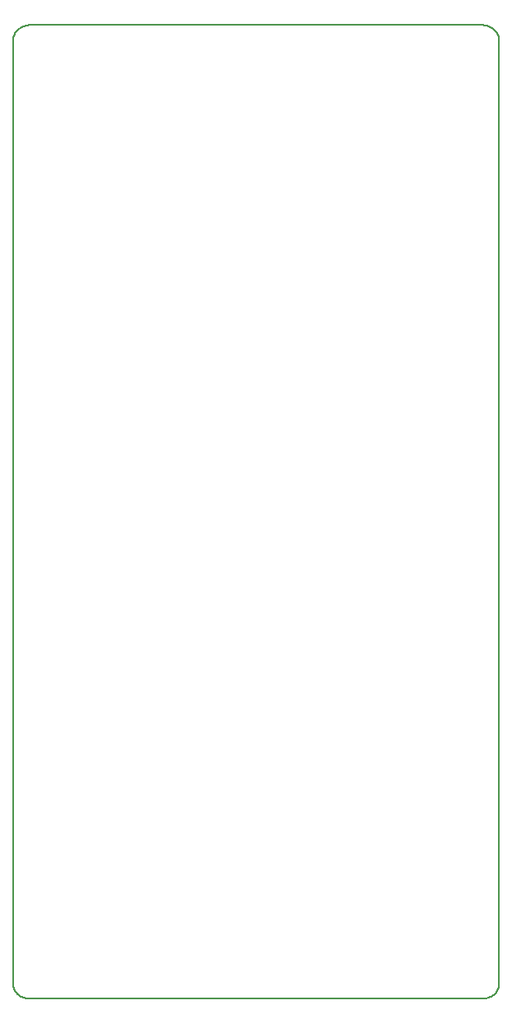
<source format=gm1>
G04 MADE WITH FRITZING*
G04 WWW.FRITZING.ORG*
G04 DOUBLE SIDED*
G04 HOLES PLATED*
G04 CONTOUR ON CENTER OF CONTOUR VECTOR*
%ASAXBY*%
%FSLAX23Y23*%
%MOIN*%
%OFA0B0*%
%SFA1.0B1.0*%
%ADD10C,0.005000*%
%ADD10C,0.008*%
%LNCONTOUR*%
G90*
G70*
G54D10*
G54D10*
X60Y3937D02*
X61Y3937D01*
X62Y3937D01*
X63Y3937D01*
X64Y3937D01*
X65Y3937D01*
X66Y3937D01*
X67Y3937D01*
X68Y3937D01*
X69Y3937D01*
X70Y3937D01*
X71Y3937D01*
X72Y3937D01*
X73Y3937D01*
X74Y3937D01*
X75Y3937D01*
X76Y3937D01*
X77Y3937D01*
X78Y3937D01*
X79Y3937D01*
X80Y3937D01*
X81Y3937D01*
X82Y3937D01*
X83Y3937D01*
X84Y3937D01*
X85Y3937D01*
X86Y3937D01*
X87Y3937D01*
X88Y3937D01*
X89Y3937D01*
X90Y3937D01*
X91Y3937D01*
X92Y3937D01*
X93Y3937D01*
X94Y3937D01*
X95Y3937D01*
X96Y3937D01*
X97Y3937D01*
X98Y3937D01*
X99Y3937D01*
X100Y3937D01*
X101Y3937D01*
X102Y3937D01*
X103Y3937D01*
X104Y3937D01*
X105Y3937D01*
X106Y3937D01*
X107Y3937D01*
X108Y3937D01*
X109Y3937D01*
X110Y3937D01*
X111Y3937D01*
X112Y3937D01*
X113Y3937D01*
X114Y3937D01*
X115Y3937D01*
X116Y3937D01*
X117Y3937D01*
X118Y3937D01*
X119Y3937D01*
X120Y3937D01*
X121Y3937D01*
X122Y3937D01*
X123Y3937D01*
X124Y3937D01*
X125Y3937D01*
X126Y3937D01*
X127Y3937D01*
X128Y3937D01*
X129Y3937D01*
X130Y3937D01*
X131Y3937D01*
X132Y3937D01*
X133Y3937D01*
X134Y3937D01*
X135Y3937D01*
X136Y3937D01*
X137Y3937D01*
X138Y3937D01*
X139Y3937D01*
X140Y3937D01*
X141Y3937D01*
X142Y3937D01*
X143Y3937D01*
X144Y3937D01*
X145Y3937D01*
X146Y3937D01*
X147Y3937D01*
X148Y3937D01*
X149Y3937D01*
X150Y3937D01*
X151Y3937D01*
X152Y3937D01*
X153Y3937D01*
X154Y3937D01*
X155Y3937D01*
X156Y3937D01*
X157Y3937D01*
X158Y3937D01*
X159Y3937D01*
X160Y3937D01*
X161Y3937D01*
X162Y3937D01*
X163Y3937D01*
X164Y3937D01*
X165Y3937D01*
X166Y3937D01*
X167Y3937D01*
X168Y3937D01*
X169Y3937D01*
X170Y3937D01*
X171Y3937D01*
X172Y3937D01*
X173Y3937D01*
X174Y3937D01*
X175Y3937D01*
X176Y3937D01*
X177Y3937D01*
X178Y3937D01*
X179Y3937D01*
X180Y3937D01*
X181Y3937D01*
X182Y3937D01*
X183Y3937D01*
X184Y3937D01*
X185Y3937D01*
X186Y3937D01*
X187Y3937D01*
X188Y3937D01*
X189Y3937D01*
X190Y3937D01*
X191Y3937D01*
X192Y3937D01*
X193Y3937D01*
X194Y3937D01*
X195Y3937D01*
X196Y3937D01*
X197Y3937D01*
X198Y3937D01*
X199Y3937D01*
X200Y3937D01*
X201Y3937D01*
X202Y3937D01*
X203Y3937D01*
X204Y3937D01*
X205Y3937D01*
X206Y3937D01*
X207Y3937D01*
X208Y3937D01*
X209Y3937D01*
X210Y3937D01*
X211Y3937D01*
X212Y3937D01*
X213Y3937D01*
X214Y3937D01*
X215Y3937D01*
X216Y3937D01*
X217Y3937D01*
X218Y3937D01*
X219Y3937D01*
X220Y3937D01*
X221Y3937D01*
X222Y3937D01*
X223Y3937D01*
X224Y3937D01*
X225Y3937D01*
X226Y3937D01*
X227Y3937D01*
X228Y3937D01*
X229Y3937D01*
X230Y3937D01*
X231Y3937D01*
X232Y3937D01*
X233Y3937D01*
X234Y3937D01*
X235Y3937D01*
X236Y3937D01*
X237Y3937D01*
X238Y3937D01*
X239Y3937D01*
X240Y3937D01*
X241Y3937D01*
X242Y3937D01*
X243Y3937D01*
X244Y3937D01*
X245Y3937D01*
X246Y3937D01*
X247Y3937D01*
X248Y3937D01*
X249Y3937D01*
X250Y3937D01*
X251Y3937D01*
X252Y3937D01*
X253Y3937D01*
X254Y3937D01*
X255Y3937D01*
X256Y3937D01*
X257Y3937D01*
X258Y3937D01*
X259Y3937D01*
X260Y3937D01*
X261Y3937D01*
X262Y3937D01*
X263Y3937D01*
X264Y3937D01*
X265Y3937D01*
X266Y3937D01*
X267Y3937D01*
X268Y3937D01*
X269Y3937D01*
X270Y3937D01*
X271Y3937D01*
X272Y3937D01*
X273Y3937D01*
X274Y3937D01*
X275Y3937D01*
X276Y3937D01*
X277Y3937D01*
X278Y3937D01*
X279Y3937D01*
X280Y3937D01*
X281Y3937D01*
X282Y3937D01*
X283Y3937D01*
X284Y3937D01*
X285Y3937D01*
X286Y3937D01*
X287Y3937D01*
X288Y3937D01*
X289Y3937D01*
X290Y3937D01*
X291Y3937D01*
X292Y3937D01*
X293Y3937D01*
X294Y3937D01*
X295Y3937D01*
X296Y3937D01*
X297Y3937D01*
X298Y3937D01*
X299Y3937D01*
X300Y3937D01*
X301Y3937D01*
X302Y3937D01*
X303Y3937D01*
X304Y3937D01*
X305Y3937D01*
X306Y3937D01*
X307Y3937D01*
X308Y3937D01*
X309Y3937D01*
X310Y3937D01*
X311Y3937D01*
X312Y3937D01*
X313Y3937D01*
X314Y3937D01*
X315Y3937D01*
X316Y3937D01*
X317Y3937D01*
X318Y3937D01*
X319Y3937D01*
X320Y3937D01*
X321Y3937D01*
X322Y3937D01*
X323Y3937D01*
X324Y3937D01*
X325Y3937D01*
X326Y3937D01*
X327Y3937D01*
X328Y3937D01*
X329Y3937D01*
X330Y3937D01*
X331Y3937D01*
X332Y3937D01*
X333Y3937D01*
X334Y3937D01*
X335Y3937D01*
X336Y3937D01*
X337Y3937D01*
X338Y3937D01*
X339Y3937D01*
X340Y3937D01*
X341Y3937D01*
X342Y3937D01*
X343Y3937D01*
X344Y3937D01*
X345Y3937D01*
X346Y3937D01*
X347Y3937D01*
X348Y3937D01*
X349Y3937D01*
X350Y3937D01*
X351Y3937D01*
X352Y3937D01*
X353Y3937D01*
X354Y3937D01*
X355Y3937D01*
X356Y3937D01*
X357Y3937D01*
X358Y3937D01*
X359Y3937D01*
X360Y3937D01*
X361Y3937D01*
X362Y3937D01*
X363Y3937D01*
X364Y3937D01*
X365Y3937D01*
X366Y3937D01*
X367Y3937D01*
X368Y3937D01*
X369Y3937D01*
X370Y3937D01*
X371Y3937D01*
X372Y3937D01*
X373Y3937D01*
X374Y3937D01*
X375Y3937D01*
X376Y3937D01*
X377Y3937D01*
X378Y3937D01*
X379Y3937D01*
X380Y3937D01*
X381Y3937D01*
X382Y3937D01*
X383Y3937D01*
X384Y3937D01*
X385Y3937D01*
X386Y3937D01*
X387Y3937D01*
X388Y3937D01*
X389Y3937D01*
X390Y3937D01*
X391Y3937D01*
X392Y3937D01*
X393Y3937D01*
X394Y3937D01*
X395Y3937D01*
X396Y3937D01*
X397Y3937D01*
X398Y3937D01*
X399Y3937D01*
X400Y3937D01*
X401Y3937D01*
X402Y3937D01*
X403Y3937D01*
X404Y3937D01*
X405Y3937D01*
X406Y3937D01*
X407Y3937D01*
X408Y3937D01*
X409Y3937D01*
X410Y3937D01*
X411Y3937D01*
X412Y3937D01*
X413Y3937D01*
X414Y3937D01*
X415Y3937D01*
X416Y3937D01*
X417Y3937D01*
X418Y3937D01*
X419Y3937D01*
X420Y3937D01*
X421Y3937D01*
X422Y3937D01*
X423Y3937D01*
X424Y3937D01*
X425Y3937D01*
X426Y3937D01*
X427Y3937D01*
X428Y3937D01*
X429Y3937D01*
X430Y3937D01*
X431Y3937D01*
X432Y3937D01*
X433Y3937D01*
X434Y3937D01*
X435Y3937D01*
X436Y3937D01*
X437Y3937D01*
X438Y3937D01*
X439Y3937D01*
X440Y3937D01*
X441Y3937D01*
X442Y3937D01*
X443Y3937D01*
X444Y3937D01*
X445Y3937D01*
X446Y3937D01*
X447Y3937D01*
X448Y3937D01*
X449Y3937D01*
X450Y3937D01*
X451Y3937D01*
X452Y3937D01*
X453Y3937D01*
X454Y3937D01*
X455Y3937D01*
X456Y3937D01*
X457Y3937D01*
X458Y3937D01*
X459Y3937D01*
X460Y3937D01*
X461Y3937D01*
X462Y3937D01*
X463Y3937D01*
X464Y3937D01*
X465Y3937D01*
X466Y3937D01*
X467Y3937D01*
X468Y3937D01*
X469Y3937D01*
X470Y3937D01*
X471Y3937D01*
X472Y3937D01*
X473Y3937D01*
X474Y3937D01*
X475Y3937D01*
X476Y3937D01*
X477Y3937D01*
X478Y3937D01*
X479Y3937D01*
X480Y3937D01*
X481Y3937D01*
X482Y3937D01*
X483Y3937D01*
X484Y3937D01*
X485Y3937D01*
X486Y3937D01*
X487Y3937D01*
X488Y3937D01*
X489Y3937D01*
X490Y3937D01*
X491Y3937D01*
X492Y3937D01*
X493Y3937D01*
X494Y3937D01*
X495Y3937D01*
X496Y3937D01*
X497Y3937D01*
X498Y3937D01*
X499Y3937D01*
X500Y3937D01*
X501Y3937D01*
X502Y3937D01*
X503Y3937D01*
X504Y3937D01*
X505Y3937D01*
X506Y3937D01*
X507Y3937D01*
X508Y3937D01*
X509Y3937D01*
X510Y3937D01*
X511Y3937D01*
X512Y3937D01*
X513Y3937D01*
X514Y3937D01*
X515Y3937D01*
X516Y3937D01*
X517Y3937D01*
X518Y3937D01*
X519Y3937D01*
X520Y3937D01*
X521Y3937D01*
X522Y3937D01*
X523Y3937D01*
X524Y3937D01*
X525Y3937D01*
X526Y3937D01*
X527Y3937D01*
X528Y3937D01*
X529Y3937D01*
X530Y3937D01*
X531Y3937D01*
X532Y3937D01*
X533Y3937D01*
X534Y3937D01*
X535Y3937D01*
X536Y3937D01*
X537Y3937D01*
X538Y3937D01*
X539Y3937D01*
X540Y3937D01*
X541Y3937D01*
X542Y3937D01*
X543Y3937D01*
X544Y3937D01*
X545Y3937D01*
X546Y3937D01*
X547Y3937D01*
X548Y3937D01*
X549Y3937D01*
X550Y3937D01*
X551Y3937D01*
X552Y3937D01*
X553Y3937D01*
X554Y3937D01*
X555Y3937D01*
X556Y3937D01*
X557Y3937D01*
X558Y3937D01*
X559Y3937D01*
X560Y3937D01*
X561Y3937D01*
X562Y3937D01*
X563Y3937D01*
X564Y3937D01*
X565Y3937D01*
X566Y3937D01*
X567Y3937D01*
X568Y3937D01*
X569Y3937D01*
X570Y3937D01*
X571Y3937D01*
X572Y3937D01*
X573Y3937D01*
X574Y3937D01*
X575Y3937D01*
X576Y3937D01*
X577Y3937D01*
X578Y3937D01*
X579Y3937D01*
X580Y3937D01*
X581Y3937D01*
X582Y3937D01*
X583Y3937D01*
X584Y3937D01*
X585Y3937D01*
X586Y3937D01*
X587Y3937D01*
X588Y3937D01*
X589Y3937D01*
X590Y3937D01*
X591Y3937D01*
X592Y3937D01*
X593Y3937D01*
X594Y3937D01*
X595Y3937D01*
X596Y3937D01*
X597Y3937D01*
X598Y3937D01*
X599Y3937D01*
X600Y3937D01*
X601Y3937D01*
X602Y3937D01*
X603Y3937D01*
X604Y3937D01*
X605Y3937D01*
X606Y3937D01*
X607Y3937D01*
X608Y3937D01*
X609Y3937D01*
X610Y3937D01*
X611Y3937D01*
X612Y3937D01*
X613Y3937D01*
X614Y3937D01*
X615Y3937D01*
X616Y3937D01*
X617Y3937D01*
X618Y3937D01*
X619Y3937D01*
X620Y3937D01*
X621Y3937D01*
X622Y3937D01*
X623Y3937D01*
X624Y3937D01*
X625Y3937D01*
X626Y3937D01*
X627Y3937D01*
X628Y3937D01*
X629Y3937D01*
X630Y3937D01*
X631Y3937D01*
X632Y3937D01*
X633Y3937D01*
X634Y3937D01*
X635Y3937D01*
X636Y3937D01*
X637Y3937D01*
X638Y3937D01*
X639Y3937D01*
X640Y3937D01*
X641Y3937D01*
X642Y3937D01*
X643Y3937D01*
X644Y3937D01*
X645Y3937D01*
X646Y3937D01*
X647Y3937D01*
X648Y3937D01*
X649Y3937D01*
X650Y3937D01*
X651Y3937D01*
X652Y3937D01*
X653Y3937D01*
X654Y3937D01*
X655Y3937D01*
X656Y3937D01*
X657Y3937D01*
X658Y3937D01*
X659Y3937D01*
X660Y3937D01*
X661Y3937D01*
X662Y3937D01*
X663Y3937D01*
X664Y3937D01*
X665Y3937D01*
X666Y3937D01*
X667Y3937D01*
X668Y3937D01*
X669Y3937D01*
X670Y3937D01*
X671Y3937D01*
X672Y3937D01*
X673Y3937D01*
X674Y3937D01*
X675Y3937D01*
X676Y3937D01*
X677Y3937D01*
X678Y3937D01*
X679Y3937D01*
X680Y3937D01*
X681Y3937D01*
X682Y3937D01*
X683Y3937D01*
X684Y3937D01*
X685Y3937D01*
X686Y3937D01*
X687Y3937D01*
X688Y3937D01*
X689Y3937D01*
X690Y3937D01*
X691Y3937D01*
X692Y3937D01*
X693Y3937D01*
X694Y3937D01*
X695Y3937D01*
X696Y3937D01*
X697Y3937D01*
X698Y3937D01*
X699Y3937D01*
X700Y3937D01*
X701Y3937D01*
X702Y3937D01*
X703Y3937D01*
X704Y3937D01*
X705Y3937D01*
X706Y3937D01*
X707Y3937D01*
X708Y3937D01*
X709Y3937D01*
X710Y3937D01*
X711Y3937D01*
X712Y3937D01*
X713Y3937D01*
X714Y3937D01*
X715Y3937D01*
X716Y3937D01*
X717Y3937D01*
X718Y3937D01*
X719Y3937D01*
X720Y3937D01*
X721Y3937D01*
X722Y3937D01*
X723Y3937D01*
X724Y3937D01*
X725Y3937D01*
X726Y3937D01*
X727Y3937D01*
X728Y3937D01*
X729Y3937D01*
X730Y3937D01*
X731Y3937D01*
X732Y3937D01*
X733Y3937D01*
X734Y3937D01*
X735Y3937D01*
X736Y3937D01*
X737Y3937D01*
X738Y3937D01*
X739Y3937D01*
X740Y3937D01*
X741Y3937D01*
X742Y3937D01*
X743Y3937D01*
X744Y3937D01*
X745Y3937D01*
X746Y3937D01*
X747Y3937D01*
X748Y3937D01*
X749Y3937D01*
X750Y3937D01*
X751Y3937D01*
X752Y3937D01*
X753Y3937D01*
X754Y3937D01*
X755Y3937D01*
X756Y3937D01*
X757Y3937D01*
X758Y3937D01*
X759Y3937D01*
X760Y3937D01*
X761Y3937D01*
X762Y3937D01*
X763Y3937D01*
X764Y3937D01*
X765Y3937D01*
X766Y3937D01*
X767Y3937D01*
X768Y3937D01*
X769Y3937D01*
X770Y3937D01*
X771Y3937D01*
X772Y3937D01*
X773Y3937D01*
X774Y3937D01*
X775Y3937D01*
X776Y3937D01*
X777Y3937D01*
X778Y3937D01*
X779Y3937D01*
X780Y3937D01*
X781Y3937D01*
X782Y3937D01*
X783Y3937D01*
X784Y3937D01*
X785Y3937D01*
X786Y3937D01*
X787Y3937D01*
X788Y3937D01*
X789Y3937D01*
X790Y3937D01*
X791Y3937D01*
X792Y3937D01*
X793Y3937D01*
X794Y3937D01*
X795Y3937D01*
X796Y3937D01*
X797Y3937D01*
X798Y3937D01*
X799Y3937D01*
X800Y3937D01*
X801Y3937D01*
X802Y3937D01*
X803Y3937D01*
X804Y3937D01*
X805Y3937D01*
X806Y3937D01*
X807Y3937D01*
X808Y3937D01*
X809Y3937D01*
X810Y3937D01*
X811Y3937D01*
X812Y3937D01*
X813Y3937D01*
X814Y3937D01*
X815Y3937D01*
X816Y3937D01*
X817Y3937D01*
X818Y3937D01*
X819Y3937D01*
X820Y3937D01*
X821Y3937D01*
X822Y3937D01*
X823Y3937D01*
X824Y3937D01*
X825Y3937D01*
X826Y3937D01*
X827Y3937D01*
X828Y3937D01*
X829Y3937D01*
X830Y3937D01*
X831Y3937D01*
X832Y3937D01*
X833Y3937D01*
X834Y3937D01*
X835Y3937D01*
X836Y3937D01*
X837Y3937D01*
X838Y3937D01*
X839Y3937D01*
X840Y3937D01*
X841Y3937D01*
X842Y3937D01*
X843Y3937D01*
X844Y3937D01*
X845Y3937D01*
X846Y3937D01*
X847Y3937D01*
X848Y3937D01*
X849Y3937D01*
X850Y3937D01*
X851Y3937D01*
X852Y3937D01*
X853Y3937D01*
X854Y3937D01*
X855Y3937D01*
X856Y3937D01*
X857Y3937D01*
X858Y3937D01*
X859Y3937D01*
X860Y3937D01*
X861Y3937D01*
X862Y3937D01*
X863Y3937D01*
X864Y3937D01*
X865Y3937D01*
X866Y3937D01*
X867Y3937D01*
X868Y3937D01*
X869Y3937D01*
X870Y3937D01*
X871Y3937D01*
X872Y3937D01*
X873Y3937D01*
X874Y3937D01*
X875Y3937D01*
X876Y3937D01*
X877Y3937D01*
X878Y3937D01*
X879Y3937D01*
X880Y3937D01*
X881Y3937D01*
X882Y3937D01*
X883Y3937D01*
X884Y3937D01*
X885Y3937D01*
X886Y3937D01*
X887Y3937D01*
X888Y3937D01*
X889Y3937D01*
X890Y3937D01*
X891Y3937D01*
X892Y3937D01*
X893Y3937D01*
X894Y3937D01*
X895Y3937D01*
X896Y3937D01*
X897Y3937D01*
X898Y3937D01*
X899Y3937D01*
X900Y3937D01*
X901Y3937D01*
X902Y3937D01*
X903Y3937D01*
X904Y3937D01*
X905Y3937D01*
X906Y3937D01*
X907Y3937D01*
X908Y3937D01*
X909Y3937D01*
X910Y3937D01*
X911Y3937D01*
X912Y3937D01*
X913Y3937D01*
X914Y3937D01*
X915Y3937D01*
X916Y3937D01*
X917Y3937D01*
X918Y3937D01*
X919Y3937D01*
X920Y3937D01*
X921Y3937D01*
X922Y3937D01*
X923Y3937D01*
X924Y3937D01*
X925Y3937D01*
X926Y3937D01*
X927Y3937D01*
X928Y3937D01*
X929Y3937D01*
X930Y3937D01*
X931Y3937D01*
X932Y3937D01*
X933Y3937D01*
X934Y3937D01*
X935Y3937D01*
X936Y3937D01*
X937Y3937D01*
X938Y3937D01*
X939Y3937D01*
X940Y3937D01*
X941Y3937D01*
X942Y3937D01*
X943Y3937D01*
X944Y3937D01*
X945Y3937D01*
X946Y3937D01*
X947Y3937D01*
X948Y3937D01*
X949Y3937D01*
X950Y3937D01*
X951Y3937D01*
X952Y3937D01*
X953Y3937D01*
X954Y3937D01*
X955Y3937D01*
X956Y3937D01*
X957Y3937D01*
X958Y3937D01*
X959Y3937D01*
X960Y3937D01*
X961Y3937D01*
X962Y3937D01*
X963Y3937D01*
X964Y3937D01*
X965Y3937D01*
X966Y3937D01*
X967Y3937D01*
X968Y3937D01*
X969Y3937D01*
X970Y3937D01*
X971Y3937D01*
X972Y3937D01*
X973Y3937D01*
X974Y3937D01*
X975Y3937D01*
X976Y3937D01*
X977Y3937D01*
X978Y3937D01*
X979Y3937D01*
X980Y3937D01*
X981Y3937D01*
X982Y3937D01*
X983Y3937D01*
X984Y3937D01*
X985Y3937D01*
X986Y3937D01*
X987Y3937D01*
X988Y3937D01*
X989Y3937D01*
X990Y3937D01*
X991Y3937D01*
X992Y3937D01*
X993Y3937D01*
X994Y3937D01*
X995Y3937D01*
X996Y3937D01*
X997Y3937D01*
X998Y3937D01*
X999Y3937D01*
X1000Y3937D01*
X1001Y3937D01*
X1002Y3937D01*
X1003Y3937D01*
X1004Y3937D01*
X1005Y3937D01*
X1006Y3937D01*
X1007Y3937D01*
X1008Y3937D01*
X1009Y3937D01*
X1010Y3937D01*
X1011Y3937D01*
X1012Y3937D01*
X1013Y3937D01*
X1014Y3937D01*
X1015Y3937D01*
X1016Y3937D01*
X1017Y3937D01*
X1018Y3937D01*
X1019Y3937D01*
X1020Y3937D01*
X1021Y3937D01*
X1022Y3937D01*
X1023Y3937D01*
X1024Y3937D01*
X1025Y3937D01*
X1026Y3937D01*
X1027Y3937D01*
X1028Y3937D01*
X1029Y3937D01*
X1030Y3937D01*
X1031Y3937D01*
X1032Y3937D01*
X1033Y3937D01*
X1034Y3937D01*
X1035Y3937D01*
X1036Y3937D01*
X1037Y3937D01*
X1038Y3937D01*
X1039Y3937D01*
X1040Y3937D01*
X1041Y3937D01*
X1042Y3937D01*
X1043Y3937D01*
X1044Y3937D01*
X1045Y3937D01*
X1046Y3937D01*
X1047Y3937D01*
X1048Y3937D01*
X1049Y3937D01*
X1050Y3937D01*
X1051Y3937D01*
X1052Y3937D01*
X1053Y3937D01*
X1054Y3937D01*
X1055Y3937D01*
X1056Y3937D01*
X1057Y3937D01*
X1058Y3937D01*
X1059Y3937D01*
X1060Y3937D01*
X1061Y3937D01*
X1062Y3937D01*
X1063Y3937D01*
X1064Y3937D01*
X1065Y3937D01*
X1066Y3937D01*
X1067Y3937D01*
X1068Y3937D01*
X1069Y3937D01*
X1070Y3937D01*
X1071Y3937D01*
X1072Y3937D01*
X1073Y3937D01*
X1074Y3937D01*
X1075Y3937D01*
X1076Y3937D01*
X1077Y3937D01*
X1078Y3937D01*
X1079Y3937D01*
X1080Y3937D01*
X1081Y3937D01*
X1082Y3937D01*
X1083Y3937D01*
X1084Y3937D01*
X1085Y3937D01*
X1086Y3937D01*
X1087Y3937D01*
X1088Y3937D01*
X1089Y3937D01*
X1090Y3937D01*
X1091Y3937D01*
X1092Y3937D01*
X1093Y3937D01*
X1094Y3937D01*
X1095Y3937D01*
X1096Y3937D01*
X1097Y3937D01*
X1098Y3937D01*
X1099Y3937D01*
X1100Y3937D01*
X1101Y3937D01*
X1102Y3937D01*
X1103Y3937D01*
X1104Y3937D01*
X1105Y3937D01*
X1106Y3937D01*
X1107Y3937D01*
X1108Y3937D01*
X1109Y3937D01*
X1110Y3937D01*
X1111Y3937D01*
X1112Y3937D01*
X1113Y3937D01*
X1114Y3937D01*
X1115Y3937D01*
X1116Y3937D01*
X1117Y3937D01*
X1118Y3937D01*
X1119Y3937D01*
X1120Y3937D01*
X1121Y3937D01*
X1122Y3937D01*
X1123Y3937D01*
X1124Y3937D01*
X1125Y3937D01*
X1126Y3937D01*
X1127Y3937D01*
X1128Y3937D01*
X1129Y3937D01*
X1130Y3937D01*
X1131Y3937D01*
X1132Y3937D01*
X1133Y3937D01*
X1134Y3937D01*
X1135Y3937D01*
X1136Y3937D01*
X1137Y3937D01*
X1138Y3937D01*
X1139Y3937D01*
X1140Y3937D01*
X1141Y3937D01*
X1142Y3937D01*
X1143Y3937D01*
X1144Y3937D01*
X1145Y3937D01*
X1146Y3937D01*
X1147Y3937D01*
X1148Y3937D01*
X1149Y3937D01*
X1150Y3937D01*
X1151Y3937D01*
X1152Y3937D01*
X1153Y3937D01*
X1154Y3937D01*
X1155Y3937D01*
X1156Y3937D01*
X1157Y3937D01*
X1158Y3937D01*
X1159Y3937D01*
X1160Y3937D01*
X1161Y3937D01*
X1162Y3937D01*
X1163Y3937D01*
X1164Y3937D01*
X1165Y3937D01*
X1166Y3937D01*
X1167Y3937D01*
X1168Y3937D01*
X1169Y3937D01*
X1170Y3937D01*
X1171Y3937D01*
X1172Y3937D01*
X1173Y3937D01*
X1174Y3937D01*
X1175Y3937D01*
X1176Y3937D01*
X1177Y3937D01*
X1178Y3937D01*
X1179Y3937D01*
X1180Y3937D01*
X1181Y3937D01*
X1182Y3937D01*
X1183Y3937D01*
X1184Y3937D01*
X1185Y3937D01*
X1186Y3937D01*
X1187Y3937D01*
X1188Y3937D01*
X1189Y3937D01*
X1190Y3937D01*
X1191Y3937D01*
X1192Y3937D01*
X1193Y3937D01*
X1194Y3937D01*
X1195Y3937D01*
X1196Y3937D01*
X1197Y3937D01*
X1198Y3937D01*
X1199Y3937D01*
X1200Y3937D01*
X1201Y3937D01*
X1202Y3937D01*
X1203Y3937D01*
X1204Y3937D01*
X1205Y3937D01*
X1206Y3937D01*
X1207Y3937D01*
X1208Y3937D01*
X1209Y3937D01*
X1210Y3937D01*
X1211Y3937D01*
X1212Y3937D01*
X1213Y3937D01*
X1214Y3937D01*
X1215Y3937D01*
X1216Y3937D01*
X1217Y3937D01*
X1218Y3937D01*
X1219Y3937D01*
X1220Y3937D01*
X1221Y3937D01*
X1222Y3937D01*
X1223Y3937D01*
X1224Y3937D01*
X1225Y3937D01*
X1226Y3937D01*
X1227Y3937D01*
X1228Y3937D01*
X1229Y3937D01*
X1230Y3937D01*
X1231Y3937D01*
X1232Y3937D01*
X1233Y3937D01*
X1234Y3937D01*
X1235Y3937D01*
X1236Y3937D01*
X1237Y3937D01*
X1238Y3937D01*
X1239Y3937D01*
X1240Y3937D01*
X1241Y3937D01*
X1242Y3937D01*
X1243Y3937D01*
X1244Y3937D01*
X1245Y3937D01*
X1246Y3937D01*
X1247Y3937D01*
X1248Y3937D01*
X1249Y3937D01*
X1250Y3937D01*
X1251Y3937D01*
X1252Y3937D01*
X1253Y3937D01*
X1254Y3937D01*
X1255Y3937D01*
X1256Y3937D01*
X1257Y3937D01*
X1258Y3937D01*
X1259Y3937D01*
X1260Y3937D01*
X1261Y3937D01*
X1262Y3937D01*
X1263Y3937D01*
X1264Y3937D01*
X1265Y3937D01*
X1266Y3937D01*
X1267Y3937D01*
X1268Y3937D01*
X1269Y3937D01*
X1270Y3937D01*
X1271Y3937D01*
X1272Y3937D01*
X1273Y3937D01*
X1274Y3937D01*
X1275Y3937D01*
X1276Y3937D01*
X1277Y3937D01*
X1278Y3937D01*
X1279Y3937D01*
X1280Y3937D01*
X1281Y3937D01*
X1282Y3937D01*
X1283Y3937D01*
X1284Y3937D01*
X1285Y3937D01*
X1286Y3937D01*
X1287Y3937D01*
X1288Y3937D01*
X1289Y3937D01*
X1290Y3937D01*
X1291Y3937D01*
X1292Y3937D01*
X1293Y3937D01*
X1294Y3937D01*
X1295Y3937D01*
X1296Y3937D01*
X1297Y3937D01*
X1298Y3937D01*
X1299Y3937D01*
X1300Y3937D01*
X1301Y3937D01*
X1302Y3937D01*
X1303Y3937D01*
X1304Y3937D01*
X1305Y3937D01*
X1306Y3937D01*
X1307Y3937D01*
X1308Y3937D01*
X1309Y3937D01*
X1310Y3937D01*
X1311Y3937D01*
X1312Y3937D01*
X1313Y3937D01*
X1314Y3937D01*
X1315Y3937D01*
X1316Y3937D01*
X1317Y3937D01*
X1318Y3937D01*
X1319Y3937D01*
X1320Y3937D01*
X1321Y3937D01*
X1322Y3937D01*
X1323Y3937D01*
X1324Y3937D01*
X1325Y3937D01*
X1326Y3937D01*
X1327Y3937D01*
X1328Y3937D01*
X1329Y3937D01*
X1330Y3937D01*
X1331Y3937D01*
X1332Y3937D01*
X1333Y3937D01*
X1334Y3937D01*
X1335Y3937D01*
X1336Y3937D01*
X1337Y3937D01*
X1338Y3937D01*
X1339Y3937D01*
X1340Y3937D01*
X1341Y3937D01*
X1342Y3937D01*
X1343Y3937D01*
X1344Y3937D01*
X1345Y3937D01*
X1346Y3937D01*
X1347Y3937D01*
X1348Y3937D01*
X1349Y3937D01*
X1350Y3937D01*
X1351Y3937D01*
X1352Y3937D01*
X1353Y3937D01*
X1354Y3937D01*
X1355Y3937D01*
X1356Y3937D01*
X1357Y3937D01*
X1358Y3937D01*
X1359Y3937D01*
X1360Y3937D01*
X1361Y3937D01*
X1362Y3937D01*
X1363Y3937D01*
X1364Y3937D01*
X1365Y3937D01*
X1366Y3937D01*
X1367Y3937D01*
X1368Y3937D01*
X1369Y3937D01*
X1370Y3937D01*
X1371Y3937D01*
X1372Y3937D01*
X1373Y3937D01*
X1374Y3937D01*
X1375Y3937D01*
X1376Y3937D01*
X1377Y3937D01*
X1378Y3937D01*
X1379Y3937D01*
X1380Y3937D01*
X1381Y3937D01*
X1382Y3937D01*
X1383Y3937D01*
X1384Y3937D01*
X1385Y3937D01*
X1386Y3937D01*
X1387Y3937D01*
X1388Y3937D01*
X1389Y3937D01*
X1390Y3937D01*
X1391Y3937D01*
X1392Y3937D01*
X1393Y3937D01*
X1394Y3937D01*
X1395Y3937D01*
X1396Y3937D01*
X1397Y3937D01*
X1398Y3937D01*
X1399Y3937D01*
X1400Y3937D01*
X1401Y3937D01*
X1402Y3937D01*
X1403Y3937D01*
X1404Y3937D01*
X1405Y3937D01*
X1406Y3937D01*
X1407Y3937D01*
X1408Y3937D01*
X1409Y3937D01*
X1410Y3937D01*
X1411Y3937D01*
X1412Y3937D01*
X1413Y3937D01*
X1414Y3937D01*
X1415Y3937D01*
X1416Y3937D01*
X1417Y3937D01*
X1418Y3937D01*
X1419Y3937D01*
X1420Y3937D01*
X1421Y3937D01*
X1422Y3937D01*
X1423Y3937D01*
X1424Y3937D01*
X1425Y3937D01*
X1426Y3937D01*
X1427Y3937D01*
X1428Y3937D01*
X1429Y3937D01*
X1430Y3937D01*
X1431Y3937D01*
X1432Y3937D01*
X1433Y3937D01*
X1434Y3937D01*
X1435Y3937D01*
X1436Y3937D01*
X1437Y3937D01*
X1438Y3937D01*
X1439Y3937D01*
X1440Y3937D01*
X1441Y3937D01*
X1442Y3937D01*
X1443Y3937D01*
X1444Y3937D01*
X1445Y3937D01*
X1446Y3937D01*
X1447Y3937D01*
X1448Y3937D01*
X1449Y3937D01*
X1450Y3937D01*
X1451Y3937D01*
X1452Y3937D01*
X1453Y3937D01*
X1454Y3937D01*
X1455Y3937D01*
X1456Y3937D01*
X1457Y3937D01*
X1458Y3937D01*
X1459Y3937D01*
X1460Y3937D01*
X1461Y3937D01*
X1462Y3937D01*
X1463Y3937D01*
X1464Y3937D01*
X1465Y3937D01*
X1466Y3937D01*
X1467Y3937D01*
X1468Y3937D01*
X1469Y3937D01*
X1470Y3937D01*
X1471Y3937D01*
X1472Y3937D01*
X1473Y3937D01*
X1474Y3937D01*
X1475Y3937D01*
X1476Y3937D01*
X1477Y3937D01*
X1478Y3937D01*
X1479Y3937D01*
X1480Y3937D01*
X1481Y3937D01*
X1482Y3937D01*
X1483Y3937D01*
X1484Y3937D01*
X1485Y3937D01*
X1486Y3937D01*
X1487Y3937D01*
X1488Y3937D01*
X1489Y3937D01*
X1490Y3937D01*
X1491Y3937D01*
X1492Y3937D01*
X1493Y3937D01*
X1494Y3937D01*
X1495Y3937D01*
X1496Y3937D01*
X1497Y3937D01*
X1498Y3937D01*
X1499Y3937D01*
X1500Y3937D01*
X1501Y3937D01*
X1502Y3937D01*
X1503Y3937D01*
X1504Y3937D01*
X1505Y3937D01*
X1506Y3937D01*
X1507Y3937D01*
X1508Y3937D01*
X1509Y3937D01*
X1510Y3937D01*
X1511Y3937D01*
X1512Y3937D01*
X1513Y3937D01*
X1514Y3937D01*
X1515Y3937D01*
X1516Y3937D01*
X1517Y3937D01*
X1518Y3937D01*
X1519Y3937D01*
X1520Y3937D01*
X1521Y3937D01*
X1522Y3937D01*
X1523Y3937D01*
X1524Y3937D01*
X1525Y3937D01*
X1526Y3937D01*
X1527Y3937D01*
X1528Y3937D01*
X1529Y3937D01*
X1530Y3937D01*
X1531Y3937D01*
X1532Y3937D01*
X1533Y3937D01*
X1534Y3937D01*
X1535Y3937D01*
X1536Y3937D01*
X1537Y3937D01*
X1538Y3937D01*
X1539Y3937D01*
X1540Y3937D01*
X1541Y3937D01*
X1542Y3937D01*
X1543Y3937D01*
X1544Y3937D01*
X1545Y3937D01*
X1546Y3937D01*
X1547Y3937D01*
X1548Y3937D01*
X1549Y3937D01*
X1550Y3937D01*
X1551Y3937D01*
X1552Y3937D01*
X1553Y3937D01*
X1554Y3937D01*
X1555Y3937D01*
X1556Y3937D01*
X1557Y3937D01*
X1558Y3937D01*
X1559Y3937D01*
X1560Y3937D01*
X1561Y3937D01*
X1562Y3937D01*
X1563Y3937D01*
X1564Y3937D01*
X1565Y3937D01*
X1566Y3937D01*
X1567Y3937D01*
X1568Y3937D01*
X1569Y3937D01*
X1570Y3937D01*
X1571Y3937D01*
X1572Y3937D01*
X1573Y3937D01*
X1574Y3937D01*
X1575Y3937D01*
X1576Y3937D01*
X1577Y3937D01*
X1578Y3937D01*
X1579Y3937D01*
X1580Y3937D01*
X1581Y3937D01*
X1582Y3937D01*
X1583Y3937D01*
X1584Y3937D01*
X1585Y3937D01*
X1586Y3937D01*
X1587Y3937D01*
X1588Y3937D01*
X1589Y3937D01*
X1590Y3937D01*
X1591Y3937D01*
X1592Y3937D01*
X1593Y3937D01*
X1594Y3937D01*
X1595Y3937D01*
X1596Y3937D01*
X1597Y3937D01*
X1598Y3937D01*
X1599Y3937D01*
X1600Y3937D01*
X1601Y3937D01*
X1602Y3937D01*
X1603Y3937D01*
X1604Y3937D01*
X1605Y3937D01*
X1606Y3937D01*
X1607Y3937D01*
X1608Y3937D01*
X1609Y3937D01*
X1610Y3937D01*
X1611Y3937D01*
X1612Y3937D01*
X1613Y3937D01*
X1614Y3937D01*
X1615Y3937D01*
X1616Y3937D01*
X1617Y3937D01*
X1618Y3937D01*
X1619Y3937D01*
X1620Y3937D01*
X1621Y3937D01*
X1622Y3937D01*
X1623Y3937D01*
X1624Y3937D01*
X1625Y3937D01*
X1626Y3937D01*
X1627Y3937D01*
X1628Y3937D01*
X1629Y3937D01*
X1630Y3937D01*
X1631Y3937D01*
X1632Y3937D01*
X1633Y3937D01*
X1634Y3937D01*
X1635Y3937D01*
X1636Y3937D01*
X1637Y3937D01*
X1638Y3937D01*
X1639Y3937D01*
X1640Y3937D01*
X1641Y3937D01*
X1642Y3937D01*
X1643Y3937D01*
X1644Y3937D01*
X1645Y3937D01*
X1646Y3937D01*
X1647Y3937D01*
X1648Y3937D01*
X1649Y3937D01*
X1650Y3937D01*
X1651Y3937D01*
X1652Y3937D01*
X1653Y3937D01*
X1654Y3937D01*
X1655Y3937D01*
X1656Y3937D01*
X1657Y3937D01*
X1658Y3937D01*
X1659Y3937D01*
X1660Y3937D01*
X1661Y3937D01*
X1662Y3937D01*
X1663Y3937D01*
X1664Y3937D01*
X1665Y3937D01*
X1666Y3937D01*
X1667Y3937D01*
X1668Y3937D01*
X1669Y3937D01*
X1670Y3937D01*
X1671Y3937D01*
X1672Y3937D01*
X1673Y3937D01*
X1674Y3937D01*
X1675Y3937D01*
X1676Y3937D01*
X1677Y3937D01*
X1678Y3937D01*
X1679Y3937D01*
X1680Y3937D01*
X1681Y3937D01*
X1682Y3937D01*
X1683Y3937D01*
X1684Y3937D01*
X1685Y3937D01*
X1686Y3937D01*
X1687Y3937D01*
X1688Y3937D01*
X1689Y3937D01*
X1690Y3937D01*
X1691Y3937D01*
X1692Y3937D01*
X1693Y3937D01*
X1694Y3937D01*
X1695Y3937D01*
X1696Y3937D01*
X1697Y3937D01*
X1698Y3937D01*
X1699Y3937D01*
X1700Y3937D01*
X1701Y3937D01*
X1702Y3937D01*
X1703Y3937D01*
X1704Y3937D01*
X1705Y3937D01*
X1706Y3937D01*
X1707Y3937D01*
X1708Y3937D01*
X1709Y3937D01*
X1710Y3937D01*
X1711Y3937D01*
X1712Y3937D01*
X1713Y3937D01*
X1714Y3937D01*
X1715Y3937D01*
X1716Y3937D01*
X1717Y3937D01*
X1718Y3937D01*
X1719Y3937D01*
X1720Y3937D01*
X1721Y3937D01*
X1722Y3937D01*
X1723Y3937D01*
X1724Y3937D01*
X1725Y3937D01*
X1726Y3937D01*
X1727Y3937D01*
X1728Y3937D01*
X1729Y3937D01*
X1730Y3937D01*
X1731Y3937D01*
X1732Y3937D01*
X1733Y3937D01*
X1734Y3937D01*
X1735Y3937D01*
X1736Y3937D01*
X1737Y3937D01*
X1738Y3937D01*
X1739Y3937D01*
X1740Y3937D01*
X1741Y3937D01*
X1742Y3937D01*
X1743Y3937D01*
X1744Y3937D01*
X1745Y3937D01*
X1746Y3937D01*
X1747Y3937D01*
X1748Y3937D01*
X1749Y3937D01*
X1750Y3937D01*
X1751Y3937D01*
X1752Y3937D01*
X1753Y3937D01*
X1754Y3937D01*
X1755Y3937D01*
X1756Y3937D01*
X1757Y3937D01*
X1758Y3937D01*
X1759Y3937D01*
X1760Y3937D01*
X1761Y3937D01*
X1762Y3937D01*
X1763Y3937D01*
X1764Y3937D01*
X1765Y3937D01*
X1766Y3937D01*
X1767Y3937D01*
X1768Y3937D01*
X1769Y3937D01*
X1770Y3937D01*
X1771Y3937D01*
X1772Y3937D01*
X1773Y3937D01*
X1774Y3937D01*
X1775Y3937D01*
X1776Y3937D01*
X1777Y3937D01*
X1778Y3937D01*
X1779Y3937D01*
X1780Y3937D01*
X1781Y3937D01*
X1782Y3937D01*
X1783Y3937D01*
X1784Y3937D01*
X1785Y3937D01*
X1786Y3937D01*
X1787Y3937D01*
X1788Y3937D01*
X1789Y3937D01*
X1790Y3937D01*
X1791Y3937D01*
X1792Y3937D01*
X1793Y3937D01*
X1794Y3937D01*
X1795Y3937D01*
X1796Y3937D01*
X1797Y3937D01*
X1798Y3937D01*
X1799Y3937D01*
X1800Y3937D01*
X1801Y3937D01*
X1802Y3937D01*
X1803Y3937D01*
X1804Y3937D01*
X1805Y3937D01*
X1806Y3937D01*
X1807Y3937D01*
X1808Y3937D01*
X1809Y3937D01*
X1810Y3937D01*
X1811Y3937D01*
X1812Y3937D01*
X1813Y3937D01*
X1814Y3937D01*
X1815Y3937D01*
X1816Y3937D01*
X1817Y3937D01*
X1818Y3937D01*
X1819Y3937D01*
X1820Y3937D01*
X1821Y3937D01*
X1822Y3937D01*
X1823Y3937D01*
X1824Y3937D01*
X1825Y3937D01*
X1826Y3937D01*
X1827Y3937D01*
X1828Y3937D01*
X1829Y3937D01*
X1830Y3937D01*
X1831Y3937D01*
X1832Y3937D01*
X1833Y3937D01*
X1834Y3937D01*
X1835Y3937D01*
X1836Y3937D01*
X1837Y3937D01*
X1838Y3937D01*
X1839Y3937D01*
X1840Y3937D01*
X1841Y3937D01*
X1842Y3937D01*
X1843Y3937D01*
X1844Y3937D01*
X1845Y3937D01*
X1846Y3937D01*
X1847Y3937D01*
X1848Y3937D01*
X1849Y3937D01*
X1850Y3937D01*
X1851Y3937D01*
X1852Y3937D01*
X1853Y3937D01*
X1854Y3937D01*
X1855Y3937D01*
X1856Y3937D01*
X1857Y3937D01*
X1858Y3937D01*
X1859Y3937D01*
X1860Y3937D01*
X1861Y3937D01*
X1862Y3937D01*
X1863Y3937D01*
X1864Y3937D01*
X1865Y3937D01*
X1866Y3937D01*
X1867Y3937D01*
X1868Y3937D01*
X1869Y3937D01*
X1870Y3937D01*
X1871Y3937D01*
X1872Y3937D01*
X1873Y3937D01*
X1874Y3937D01*
X1875Y3937D01*
X1876Y3937D01*
X1877Y3937D01*
X1878Y3937D01*
X1879Y3937D01*
X1880Y3937D01*
X1881Y3937D01*
X1882Y3937D01*
X1883Y3937D01*
X1884Y3937D01*
X1885Y3937D01*
X1886Y3937D01*
X1887Y3937D01*
X1888Y3937D01*
X1889Y3937D01*
X1890Y3937D01*
X1891Y3937D01*
X1892Y3937D01*
X1893Y3937D01*
X1894Y3937D01*
X1895Y3937D01*
X1896Y3937D01*
X1897Y3937D01*
X1898Y3937D01*
X1899Y3937D01*
X1900Y3937D01*
X1901Y3937D01*
X1902Y3937D01*
X1903Y3937D01*
X1904Y3937D01*
X1905Y3937D01*
X1906Y3937D01*
X1907Y3937D01*
X1908Y3936D01*
X1909Y3936D01*
X1910Y3936D01*
X1911Y3936D01*
X1912Y3936D01*
X1913Y3936D01*
X1914Y3935D01*
X1915Y3935D01*
X1916Y3935D01*
X1917Y3935D01*
X1918Y3935D01*
X1919Y3934D01*
X1920Y3934D01*
X1921Y3934D01*
X1922Y3933D01*
X1923Y3933D01*
X1924Y3933D01*
X1925Y3933D01*
X1926Y3932D01*
X1927Y3932D01*
X1928Y3931D01*
X1929Y3931D01*
X1930Y3930D01*
X1931Y3930D01*
X1932Y3930D01*
X1933Y3929D01*
X1934Y3929D01*
X1935Y3928D01*
X1936Y3928D01*
X1937Y3927D01*
X1938Y3926D01*
X1939Y3926D01*
X1940Y3925D01*
X1941Y3924D01*
X1942Y3924D01*
X1943Y3923D01*
X1944Y3922D01*
X1945Y3922D01*
X1946Y3921D01*
X1947Y3920D01*
X1948Y3919D01*
X1949Y3918D01*
X1950Y3917D01*
X1951Y3916D01*
X1952Y3915D01*
X1953Y3914D01*
X1954Y3913D01*
X1955Y3912D01*
X1956Y3911D01*
X1956Y3910D01*
X1957Y3909D01*
X1958Y3908D01*
X1958Y3907D01*
X1959Y3906D01*
X1960Y3905D01*
X1960Y3904D01*
X1961Y3903D01*
X1961Y3902D01*
X1962Y3901D01*
X1962Y3900D01*
X1963Y3899D01*
X1963Y3897D01*
X1964Y3896D01*
X1964Y3895D01*
X1965Y3894D01*
X1965Y3891D01*
X1966Y3890D01*
X1966Y3886D01*
X1967Y3885D01*
X1967Y53D01*
X1966Y52D01*
X1966Y48D01*
X1965Y47D01*
X1965Y44D01*
X1964Y43D01*
X1964Y42D01*
X1963Y41D01*
X1963Y39D01*
X1962Y38D01*
X1962Y37D01*
X1961Y36D01*
X1961Y35D01*
X1960Y34D01*
X1960Y33D01*
X1959Y32D01*
X1958Y31D01*
X1958Y30D01*
X1957Y29D01*
X1956Y28D01*
X1956Y27D01*
X1955Y26D01*
X1954Y25D01*
X1953Y24D01*
X1952Y23D01*
X1951Y22D01*
X1950Y21D01*
X1949Y20D01*
X1948Y19D01*
X1947Y18D01*
X1946Y17D01*
X1945Y16D01*
X1944Y16D01*
X1943Y15D01*
X1942Y14D01*
X1941Y14D01*
X1940Y13D01*
X1939Y12D01*
X1938Y12D01*
X1937Y11D01*
X1936Y10D01*
X1935Y10D01*
X1934Y9D01*
X1933Y9D01*
X1932Y8D01*
X1931Y8D01*
X1930Y8D01*
X1929Y7D01*
X1928Y7D01*
X1927Y6D01*
X1926Y6D01*
X1925Y6D01*
X1924Y5D01*
X1923Y5D01*
X1922Y5D01*
X1921Y4D01*
X1920Y4D01*
X1919Y4D01*
X1918Y3D01*
X1917Y3D01*
X1916Y3D01*
X1915Y3D01*
X1914Y3D01*
X1913Y2D01*
X1912Y2D01*
X1911Y2D01*
X1910Y2D01*
X1909Y2D01*
X1908Y2D01*
X1907Y1D01*
X1906Y1D01*
X1905Y1D01*
X1904Y1D01*
X1903Y1D01*
X1902Y1D01*
X1901Y1D01*
X1900Y1D01*
X1899Y1D01*
X1898Y1D01*
X1897Y1D01*
X1896Y1D01*
X1895Y1D01*
X1894Y1D01*
X1893Y1D01*
X1892Y1D01*
X1891Y1D01*
X1890Y1D01*
X1889Y1D01*
X1888Y1D01*
X1887Y1D01*
X1886Y1D01*
X1885Y1D01*
X1884Y1D01*
X1883Y1D01*
X1882Y1D01*
X1881Y1D01*
X1880Y1D01*
X1879Y1D01*
X1878Y1D01*
X1877Y1D01*
X1876Y1D01*
X1875Y1D01*
X1874Y1D01*
X1873Y1D01*
X1872Y1D01*
X1871Y1D01*
X1870Y1D01*
X1869Y1D01*
X1868Y1D01*
X1867Y1D01*
X1866Y1D01*
X1865Y1D01*
X1864Y1D01*
X1863Y1D01*
X1862Y1D01*
X1861Y1D01*
X1860Y1D01*
X1859Y1D01*
X1858Y1D01*
X1857Y1D01*
X1856Y1D01*
X1855Y1D01*
X1854Y1D01*
X1853Y1D01*
X1852Y1D01*
X1851Y1D01*
X1850Y1D01*
X1849Y1D01*
X1848Y1D01*
X1847Y1D01*
X1846Y1D01*
X1845Y1D01*
X1844Y1D01*
X1843Y1D01*
X1842Y1D01*
X1841Y1D01*
X1840Y1D01*
X1839Y1D01*
X1838Y1D01*
X1837Y1D01*
X1836Y1D01*
X1835Y1D01*
X1834Y1D01*
X1833Y1D01*
X1832Y1D01*
X1831Y1D01*
X1830Y1D01*
X1829Y1D01*
X1828Y1D01*
X1827Y1D01*
X1826Y1D01*
X1825Y1D01*
X1824Y1D01*
X1823Y1D01*
X1822Y1D01*
X1821Y1D01*
X1820Y1D01*
X1819Y1D01*
X1818Y1D01*
X1817Y1D01*
X1816Y1D01*
X1815Y1D01*
X1814Y1D01*
X1813Y1D01*
X1812Y1D01*
X1811Y1D01*
X1810Y1D01*
X1809Y1D01*
X1808Y1D01*
X1807Y1D01*
X1806Y1D01*
X1805Y1D01*
X1804Y1D01*
X1803Y1D01*
X1802Y1D01*
X1801Y1D01*
X1800Y1D01*
X1799Y1D01*
X1798Y1D01*
X1797Y1D01*
X1796Y1D01*
X1795Y1D01*
X1794Y1D01*
X1793Y1D01*
X1792Y1D01*
X1791Y1D01*
X1790Y1D01*
X1789Y1D01*
X1788Y1D01*
X1787Y1D01*
X1786Y1D01*
X1785Y1D01*
X1784Y1D01*
X1783Y1D01*
X1782Y1D01*
X1781Y1D01*
X1780Y1D01*
X1779Y1D01*
X1778Y1D01*
X1777Y1D01*
X1776Y1D01*
X1775Y1D01*
X1774Y1D01*
X1773Y1D01*
X1772Y1D01*
X1771Y1D01*
X1770Y1D01*
X1769Y1D01*
X1768Y1D01*
X1767Y1D01*
X1766Y1D01*
X1765Y1D01*
X1764Y1D01*
X1763Y1D01*
X1762Y1D01*
X1761Y1D01*
X1760Y1D01*
X1759Y1D01*
X1758Y1D01*
X1757Y1D01*
X1756Y1D01*
X1755Y1D01*
X1754Y1D01*
X1753Y1D01*
X1752Y1D01*
X1751Y1D01*
X1750Y1D01*
X1749Y1D01*
X1748Y1D01*
X1747Y1D01*
X1746Y1D01*
X1745Y1D01*
X1744Y1D01*
X1743Y1D01*
X1742Y1D01*
X1741Y1D01*
X1740Y1D01*
X1739Y1D01*
X1738Y1D01*
X1737Y1D01*
X1736Y1D01*
X1735Y1D01*
X1734Y1D01*
X1733Y1D01*
X1732Y1D01*
X1731Y1D01*
X1730Y1D01*
X1729Y1D01*
X1728Y1D01*
X1727Y1D01*
X1726Y1D01*
X1725Y1D01*
X1724Y1D01*
X1723Y1D01*
X1722Y1D01*
X1721Y1D01*
X1720Y1D01*
X1719Y1D01*
X1718Y1D01*
X1717Y1D01*
X1716Y1D01*
X1715Y1D01*
X1714Y1D01*
X1713Y1D01*
X1712Y1D01*
X1711Y1D01*
X1710Y1D01*
X1709Y1D01*
X1708Y1D01*
X1707Y1D01*
X1706Y1D01*
X1705Y1D01*
X1704Y1D01*
X1703Y1D01*
X1702Y1D01*
X1701Y1D01*
X1700Y1D01*
X1699Y1D01*
X1698Y1D01*
X1697Y1D01*
X1696Y1D01*
X1695Y1D01*
X1694Y1D01*
X1693Y1D01*
X1692Y1D01*
X1691Y1D01*
X1690Y1D01*
X1689Y1D01*
X1688Y1D01*
X1687Y1D01*
X1686Y1D01*
X1685Y1D01*
X1684Y1D01*
X1683Y1D01*
X1682Y1D01*
X1681Y1D01*
X1680Y1D01*
X1679Y1D01*
X1678Y1D01*
X1677Y1D01*
X1676Y1D01*
X1675Y1D01*
X1674Y1D01*
X1673Y1D01*
X1672Y1D01*
X1671Y1D01*
X1670Y1D01*
X1669Y1D01*
X1668Y1D01*
X1667Y1D01*
X1666Y1D01*
X1665Y1D01*
X1664Y1D01*
X1663Y1D01*
X1662Y1D01*
X1661Y1D01*
X1660Y1D01*
X1659Y1D01*
X1658Y1D01*
X1657Y1D01*
X1656Y1D01*
X1655Y1D01*
X1654Y1D01*
X1653Y1D01*
X1652Y1D01*
X1651Y1D01*
X1650Y1D01*
X1649Y1D01*
X1648Y1D01*
X1647Y1D01*
X1646Y1D01*
X1645Y1D01*
X1644Y1D01*
X1643Y1D01*
X1642Y1D01*
X1641Y1D01*
X1640Y1D01*
X1639Y1D01*
X1638Y1D01*
X1637Y1D01*
X1636Y1D01*
X1635Y1D01*
X1634Y1D01*
X1633Y1D01*
X1632Y1D01*
X1631Y1D01*
X1630Y1D01*
X1629Y1D01*
X1628Y1D01*
X1627Y1D01*
X1626Y1D01*
X1625Y1D01*
X1624Y1D01*
X1623Y1D01*
X1622Y1D01*
X1621Y1D01*
X1620Y1D01*
X1619Y1D01*
X1618Y1D01*
X1617Y1D01*
X1616Y1D01*
X1615Y1D01*
X1614Y1D01*
X1613Y1D01*
X1612Y1D01*
X1611Y1D01*
X1610Y1D01*
X1609Y1D01*
X1608Y1D01*
X1607Y1D01*
X1606Y1D01*
X1605Y1D01*
X1604Y1D01*
X1603Y1D01*
X1602Y1D01*
X1601Y1D01*
X1600Y1D01*
X1599Y1D01*
X1598Y1D01*
X1597Y1D01*
X1596Y1D01*
X1595Y1D01*
X1594Y1D01*
X1593Y1D01*
X1592Y1D01*
X1591Y1D01*
X1590Y1D01*
X1589Y1D01*
X1588Y1D01*
X1587Y1D01*
X1586Y1D01*
X1585Y1D01*
X1584Y1D01*
X1583Y1D01*
X1582Y1D01*
X1581Y1D01*
X1580Y1D01*
X1579Y1D01*
X1578Y1D01*
X1577Y1D01*
X1576Y1D01*
X1575Y1D01*
X1574Y1D01*
X1573Y1D01*
X1572Y1D01*
X1571Y1D01*
X1570Y1D01*
X1569Y1D01*
X1568Y1D01*
X1567Y1D01*
X1566Y1D01*
X1565Y1D01*
X1564Y1D01*
X1563Y1D01*
X1562Y1D01*
X1561Y1D01*
X1560Y1D01*
X1559Y1D01*
X1558Y1D01*
X1557Y1D01*
X1556Y1D01*
X1555Y1D01*
X1554Y1D01*
X1553Y1D01*
X1552Y1D01*
X1551Y1D01*
X1550Y1D01*
X1549Y1D01*
X1548Y1D01*
X1547Y1D01*
X1546Y1D01*
X1545Y1D01*
X1544Y1D01*
X1543Y1D01*
X1542Y1D01*
X1541Y1D01*
X1540Y1D01*
X1539Y1D01*
X1538Y1D01*
X1537Y1D01*
X1536Y1D01*
X1535Y1D01*
X1534Y1D01*
X1533Y1D01*
X1532Y1D01*
X1531Y1D01*
X1530Y1D01*
X1529Y1D01*
X1528Y1D01*
X1527Y1D01*
X1526Y1D01*
X1525Y1D01*
X1524Y1D01*
X1523Y1D01*
X1522Y1D01*
X1521Y1D01*
X1520Y1D01*
X1519Y1D01*
X1518Y1D01*
X1517Y1D01*
X1516Y1D01*
X1515Y1D01*
X1514Y1D01*
X1513Y1D01*
X1512Y1D01*
X1511Y1D01*
X1510Y1D01*
X1509Y1D01*
X1508Y1D01*
X1507Y1D01*
X1506Y1D01*
X1505Y1D01*
X1504Y1D01*
X1503Y1D01*
X1502Y1D01*
X1501Y1D01*
X1500Y1D01*
X1499Y1D01*
X1498Y1D01*
X1497Y1D01*
X1496Y1D01*
X1495Y1D01*
X1494Y1D01*
X1493Y1D01*
X1492Y1D01*
X1491Y1D01*
X1490Y1D01*
X1489Y1D01*
X1488Y1D01*
X1487Y1D01*
X1486Y1D01*
X1485Y1D01*
X1484Y1D01*
X1483Y1D01*
X1482Y1D01*
X1481Y1D01*
X1480Y1D01*
X1479Y1D01*
X1478Y1D01*
X1477Y1D01*
X1476Y1D01*
X1475Y1D01*
X1474Y1D01*
X1473Y1D01*
X1472Y1D01*
X1471Y1D01*
X1470Y1D01*
X1469Y1D01*
X1468Y1D01*
X1467Y1D01*
X1466Y1D01*
X1465Y1D01*
X1464Y1D01*
X1463Y1D01*
X1462Y1D01*
X1461Y1D01*
X1460Y1D01*
X1459Y1D01*
X1458Y1D01*
X1457Y1D01*
X1456Y1D01*
X1455Y1D01*
X1454Y1D01*
X1453Y1D01*
X1452Y1D01*
X1451Y1D01*
X1450Y1D01*
X1449Y1D01*
X1448Y1D01*
X1447Y1D01*
X1446Y1D01*
X1445Y1D01*
X1444Y1D01*
X1443Y1D01*
X1442Y1D01*
X1441Y1D01*
X1440Y1D01*
X1439Y1D01*
X1438Y1D01*
X1437Y1D01*
X1436Y1D01*
X1435Y1D01*
X1434Y1D01*
X1433Y1D01*
X1432Y1D01*
X1431Y1D01*
X1430Y1D01*
X1429Y1D01*
X1428Y1D01*
X1427Y1D01*
X1426Y1D01*
X1425Y1D01*
X1424Y1D01*
X1423Y1D01*
X1422Y1D01*
X1421Y1D01*
X1420Y1D01*
X1419Y1D01*
X1418Y1D01*
X1417Y1D01*
X1416Y1D01*
X1415Y1D01*
X1414Y1D01*
X1413Y1D01*
X1412Y1D01*
X1411Y1D01*
X1410Y1D01*
X1409Y1D01*
X1408Y1D01*
X1407Y1D01*
X1406Y1D01*
X1405Y1D01*
X1404Y1D01*
X1403Y1D01*
X1402Y1D01*
X1401Y1D01*
X1400Y1D01*
X1399Y1D01*
X1398Y1D01*
X1397Y1D01*
X1396Y1D01*
X1395Y1D01*
X1394Y1D01*
X1393Y1D01*
X1392Y1D01*
X1391Y1D01*
X1390Y1D01*
X1389Y1D01*
X1388Y1D01*
X1387Y1D01*
X1386Y1D01*
X1385Y1D01*
X1384Y1D01*
X1383Y1D01*
X1382Y1D01*
X1381Y1D01*
X1380Y1D01*
X1379Y1D01*
X1378Y1D01*
X1377Y1D01*
X1376Y1D01*
X1375Y1D01*
X1374Y1D01*
X1373Y1D01*
X1372Y1D01*
X1371Y1D01*
X1370Y1D01*
X1369Y1D01*
X1368Y1D01*
X1367Y1D01*
X1366Y1D01*
X1365Y1D01*
X1364Y1D01*
X1363Y1D01*
X1362Y1D01*
X1361Y1D01*
X1360Y1D01*
X1359Y1D01*
X1358Y1D01*
X1357Y1D01*
X1356Y1D01*
X1355Y1D01*
X1354Y1D01*
X1353Y1D01*
X1352Y1D01*
X1351Y1D01*
X1350Y1D01*
X1349Y1D01*
X1348Y1D01*
X1347Y1D01*
X1346Y1D01*
X1345Y1D01*
X1344Y1D01*
X1343Y1D01*
X1342Y1D01*
X1341Y1D01*
X1340Y1D01*
X1339Y1D01*
X1338Y1D01*
X1337Y1D01*
X1336Y1D01*
X1335Y1D01*
X1334Y1D01*
X1333Y1D01*
X1332Y1D01*
X1331Y1D01*
X1330Y1D01*
X1329Y1D01*
X1328Y1D01*
X1327Y1D01*
X1326Y1D01*
X1325Y1D01*
X1324Y1D01*
X1323Y1D01*
X1322Y1D01*
X1321Y1D01*
X1320Y1D01*
X1319Y1D01*
X1318Y1D01*
X1317Y1D01*
X1316Y1D01*
X1315Y1D01*
X1314Y1D01*
X1313Y1D01*
X1312Y1D01*
X1311Y1D01*
X1310Y1D01*
X1309Y1D01*
X1308Y1D01*
X1307Y1D01*
X1306Y1D01*
X1305Y1D01*
X1304Y1D01*
X1303Y1D01*
X1302Y1D01*
X1301Y1D01*
X1300Y1D01*
X1299Y1D01*
X1298Y1D01*
X1297Y1D01*
X1296Y1D01*
X1295Y1D01*
X1294Y1D01*
X1293Y1D01*
X1292Y1D01*
X1291Y1D01*
X1290Y1D01*
X1289Y1D01*
X1288Y1D01*
X1287Y1D01*
X1286Y1D01*
X1285Y1D01*
X1284Y1D01*
X1283Y1D01*
X1282Y1D01*
X1281Y1D01*
X1280Y1D01*
X1279Y1D01*
X1278Y1D01*
X1277Y1D01*
X1276Y1D01*
X1275Y1D01*
X1274Y1D01*
X1273Y1D01*
X1272Y1D01*
X1271Y1D01*
X1270Y1D01*
X1269Y1D01*
X1268Y1D01*
X1267Y1D01*
X1266Y1D01*
X1265Y1D01*
X1264Y1D01*
X1263Y1D01*
X1262Y1D01*
X1261Y1D01*
X1260Y1D01*
X1259Y1D01*
X1258Y1D01*
X1257Y1D01*
X1256Y1D01*
X1255Y1D01*
X1254Y1D01*
X1253Y1D01*
X1252Y1D01*
X1251Y1D01*
X1250Y1D01*
X1249Y1D01*
X1248Y1D01*
X1247Y1D01*
X1246Y1D01*
X1245Y1D01*
X1244Y1D01*
X1243Y1D01*
X1242Y1D01*
X1241Y1D01*
X1240Y1D01*
X1239Y1D01*
X1238Y1D01*
X1237Y1D01*
X1236Y1D01*
X1235Y1D01*
X1234Y1D01*
X1233Y1D01*
X1232Y1D01*
X1231Y1D01*
X1230Y1D01*
X1229Y1D01*
X1228Y1D01*
X1227Y1D01*
X1226Y1D01*
X1225Y1D01*
X1224Y1D01*
X1223Y1D01*
X1222Y1D01*
X1221Y1D01*
X1220Y1D01*
X1219Y1D01*
X1218Y1D01*
X1217Y1D01*
X1216Y1D01*
X1215Y1D01*
X1214Y1D01*
X1213Y1D01*
X1212Y1D01*
X1211Y1D01*
X1210Y1D01*
X1209Y1D01*
X1208Y1D01*
X1207Y1D01*
X1206Y1D01*
X1205Y1D01*
X1204Y1D01*
X1203Y1D01*
X1202Y1D01*
X1201Y1D01*
X1200Y1D01*
X1199Y1D01*
X1198Y1D01*
X1197Y1D01*
X1196Y1D01*
X1195Y1D01*
X1194Y1D01*
X1193Y1D01*
X1192Y1D01*
X1191Y1D01*
X1190Y1D01*
X1189Y1D01*
X1188Y1D01*
X1187Y1D01*
X1186Y1D01*
X1185Y1D01*
X1184Y1D01*
X1183Y1D01*
X1182Y1D01*
X1181Y1D01*
X1180Y1D01*
X1179Y1D01*
X1178Y1D01*
X1177Y1D01*
X1176Y1D01*
X1175Y1D01*
X1174Y1D01*
X1173Y1D01*
X1172Y1D01*
X1171Y1D01*
X1170Y1D01*
X1169Y1D01*
X1168Y1D01*
X1167Y1D01*
X1166Y1D01*
X1165Y1D01*
X1164Y1D01*
X1163Y1D01*
X1162Y1D01*
X1161Y1D01*
X1160Y1D01*
X1159Y1D01*
X1158Y1D01*
X1157Y1D01*
X1156Y1D01*
X1155Y1D01*
X1154Y1D01*
X1153Y1D01*
X1152Y1D01*
X1151Y1D01*
X1150Y1D01*
X1149Y1D01*
X1148Y1D01*
X1147Y1D01*
X1146Y1D01*
X1145Y1D01*
X1144Y1D01*
X1143Y1D01*
X1142Y1D01*
X1141Y1D01*
X1140Y1D01*
X1139Y1D01*
X1138Y1D01*
X1137Y1D01*
X1136Y1D01*
X1135Y1D01*
X1134Y1D01*
X1133Y1D01*
X1132Y1D01*
X1131Y1D01*
X1130Y1D01*
X1129Y1D01*
X1128Y1D01*
X1127Y1D01*
X1126Y1D01*
X1125Y1D01*
X1124Y1D01*
X1123Y1D01*
X1122Y1D01*
X1121Y1D01*
X1120Y1D01*
X1119Y1D01*
X1118Y1D01*
X1117Y1D01*
X1116Y1D01*
X1115Y1D01*
X1114Y1D01*
X1113Y1D01*
X1112Y1D01*
X1111Y1D01*
X1110Y1D01*
X1109Y1D01*
X1108Y1D01*
X1107Y1D01*
X1106Y1D01*
X1105Y1D01*
X1104Y1D01*
X1103Y1D01*
X1102Y1D01*
X1101Y1D01*
X1100Y1D01*
X1099Y1D01*
X1098Y1D01*
X1097Y1D01*
X1096Y1D01*
X1095Y1D01*
X1094Y1D01*
X1093Y1D01*
X1092Y1D01*
X1091Y1D01*
X1090Y1D01*
X1089Y1D01*
X1088Y1D01*
X1087Y1D01*
X1086Y1D01*
X1085Y1D01*
X1084Y1D01*
X1083Y1D01*
X1082Y1D01*
X1081Y1D01*
X1080Y1D01*
X1079Y1D01*
X1078Y1D01*
X1077Y1D01*
X1076Y1D01*
X1075Y1D01*
X1074Y1D01*
X1073Y1D01*
X1072Y1D01*
X1071Y1D01*
X1070Y1D01*
X1069Y1D01*
X1068Y1D01*
X1067Y1D01*
X1066Y1D01*
X1065Y1D01*
X1064Y1D01*
X1063Y1D01*
X1062Y1D01*
X1061Y1D01*
X1060Y1D01*
X1059Y1D01*
X1058Y1D01*
X1057Y1D01*
X1056Y1D01*
X1055Y1D01*
X1054Y1D01*
X1053Y1D01*
X1052Y1D01*
X1051Y1D01*
X1050Y1D01*
X1049Y1D01*
X1048Y1D01*
X1047Y1D01*
X1046Y1D01*
X1045Y1D01*
X1044Y1D01*
X1043Y1D01*
X1042Y1D01*
X1041Y1D01*
X1040Y1D01*
X1039Y1D01*
X1038Y1D01*
X1037Y1D01*
X1036Y1D01*
X1035Y1D01*
X1034Y1D01*
X1033Y1D01*
X1032Y1D01*
X1031Y1D01*
X1030Y1D01*
X1029Y1D01*
X1028Y1D01*
X1027Y1D01*
X1026Y1D01*
X1025Y1D01*
X1024Y1D01*
X1023Y1D01*
X1022Y1D01*
X1021Y1D01*
X1020Y1D01*
X1019Y1D01*
X1018Y1D01*
X1017Y1D01*
X1016Y1D01*
X1015Y1D01*
X1014Y1D01*
X1013Y1D01*
X1012Y1D01*
X1011Y1D01*
X1010Y1D01*
X1009Y1D01*
X1008Y1D01*
X1007Y1D01*
X1006Y1D01*
X1005Y1D01*
X1004Y1D01*
X1003Y1D01*
X1002Y1D01*
X1001Y1D01*
X1000Y1D01*
X999Y1D01*
X998Y1D01*
X997Y1D01*
X996Y1D01*
X995Y1D01*
X994Y1D01*
X993Y1D01*
X992Y1D01*
X991Y1D01*
X990Y1D01*
X989Y1D01*
X988Y1D01*
X987Y1D01*
X986Y1D01*
X985Y1D01*
X984Y1D01*
X983Y1D01*
X982Y1D01*
X981Y1D01*
X980Y1D01*
X979Y1D01*
X978Y1D01*
X977Y1D01*
X976Y1D01*
X975Y1D01*
X974Y1D01*
X973Y1D01*
X972Y1D01*
X971Y1D01*
X970Y1D01*
X969Y1D01*
X968Y1D01*
X967Y1D01*
X966Y1D01*
X965Y1D01*
X964Y1D01*
X963Y1D01*
X962Y1D01*
X961Y1D01*
X960Y1D01*
X959Y1D01*
X958Y1D01*
X957Y1D01*
X956Y1D01*
X955Y1D01*
X954Y1D01*
X953Y1D01*
X952Y1D01*
X951Y1D01*
X950Y1D01*
X949Y1D01*
X948Y1D01*
X947Y1D01*
X946Y1D01*
X945Y1D01*
X944Y1D01*
X943Y1D01*
X942Y1D01*
X941Y1D01*
X940Y1D01*
X939Y1D01*
X938Y1D01*
X937Y1D01*
X936Y1D01*
X935Y1D01*
X934Y1D01*
X933Y1D01*
X932Y1D01*
X931Y1D01*
X930Y1D01*
X929Y1D01*
X928Y1D01*
X927Y1D01*
X926Y1D01*
X925Y1D01*
X924Y1D01*
X923Y1D01*
X922Y1D01*
X921Y1D01*
X920Y1D01*
X919Y1D01*
X918Y1D01*
X917Y1D01*
X916Y1D01*
X915Y1D01*
X914Y1D01*
X913Y1D01*
X912Y1D01*
X911Y1D01*
X910Y1D01*
X909Y1D01*
X908Y1D01*
X907Y1D01*
X906Y1D01*
X905Y1D01*
X904Y1D01*
X903Y1D01*
X902Y1D01*
X901Y1D01*
X900Y1D01*
X899Y1D01*
X898Y1D01*
X897Y1D01*
X896Y1D01*
X895Y1D01*
X894Y1D01*
X893Y1D01*
X892Y1D01*
X891Y1D01*
X890Y1D01*
X889Y1D01*
X888Y1D01*
X887Y1D01*
X886Y1D01*
X885Y1D01*
X884Y1D01*
X883Y1D01*
X882Y1D01*
X881Y1D01*
X880Y1D01*
X879Y1D01*
X878Y1D01*
X877Y1D01*
X876Y1D01*
X875Y1D01*
X874Y1D01*
X873Y1D01*
X872Y1D01*
X871Y1D01*
X870Y1D01*
X869Y1D01*
X868Y1D01*
X867Y1D01*
X866Y1D01*
X865Y1D01*
X864Y1D01*
X863Y1D01*
X862Y1D01*
X861Y1D01*
X860Y1D01*
X859Y1D01*
X858Y1D01*
X857Y1D01*
X856Y1D01*
X855Y1D01*
X854Y1D01*
X853Y1D01*
X852Y1D01*
X851Y1D01*
X850Y1D01*
X849Y1D01*
X848Y1D01*
X847Y1D01*
X846Y1D01*
X845Y1D01*
X844Y1D01*
X843Y1D01*
X842Y1D01*
X841Y1D01*
X840Y1D01*
X839Y1D01*
X838Y1D01*
X837Y1D01*
X836Y1D01*
X835Y1D01*
X834Y1D01*
X833Y1D01*
X832Y1D01*
X831Y1D01*
X830Y1D01*
X829Y1D01*
X828Y1D01*
X827Y1D01*
X826Y1D01*
X825Y1D01*
X824Y1D01*
X823Y1D01*
X822Y1D01*
X821Y1D01*
X820Y1D01*
X819Y1D01*
X818Y1D01*
X817Y1D01*
X816Y1D01*
X815Y1D01*
X814Y1D01*
X813Y1D01*
X812Y1D01*
X811Y1D01*
X810Y1D01*
X809Y1D01*
X808Y1D01*
X807Y1D01*
X806Y1D01*
X805Y1D01*
X804Y1D01*
X803Y1D01*
X802Y1D01*
X801Y1D01*
X800Y1D01*
X799Y1D01*
X798Y1D01*
X797Y1D01*
X796Y1D01*
X795Y1D01*
X794Y1D01*
X793Y1D01*
X792Y1D01*
X791Y1D01*
X790Y1D01*
X789Y1D01*
X788Y1D01*
X787Y1D01*
X786Y1D01*
X785Y1D01*
X784Y1D01*
X783Y1D01*
X782Y1D01*
X781Y1D01*
X780Y1D01*
X779Y1D01*
X778Y1D01*
X777Y1D01*
X776Y1D01*
X775Y1D01*
X774Y1D01*
X773Y1D01*
X772Y1D01*
X771Y1D01*
X770Y1D01*
X769Y1D01*
X768Y1D01*
X767Y1D01*
X766Y1D01*
X765Y1D01*
X764Y1D01*
X763Y1D01*
X762Y1D01*
X761Y1D01*
X760Y1D01*
X759Y1D01*
X758Y1D01*
X757Y1D01*
X756Y1D01*
X755Y1D01*
X754Y1D01*
X753Y1D01*
X752Y1D01*
X751Y1D01*
X750Y1D01*
X749Y1D01*
X748Y1D01*
X747Y1D01*
X746Y1D01*
X745Y1D01*
X744Y1D01*
X743Y1D01*
X742Y1D01*
X741Y1D01*
X740Y1D01*
X739Y1D01*
X738Y1D01*
X737Y1D01*
X736Y1D01*
X735Y1D01*
X734Y1D01*
X733Y1D01*
X732Y1D01*
X731Y1D01*
X730Y1D01*
X729Y1D01*
X728Y1D01*
X727Y1D01*
X726Y1D01*
X725Y1D01*
X724Y1D01*
X723Y1D01*
X722Y1D01*
X721Y1D01*
X720Y1D01*
X719Y1D01*
X718Y1D01*
X717Y1D01*
X716Y1D01*
X715Y1D01*
X714Y1D01*
X713Y1D01*
X712Y1D01*
X711Y1D01*
X710Y1D01*
X709Y1D01*
X708Y1D01*
X707Y1D01*
X706Y1D01*
X705Y1D01*
X704Y1D01*
X703Y1D01*
X702Y1D01*
X701Y1D01*
X700Y1D01*
X699Y1D01*
X698Y1D01*
X697Y1D01*
X696Y1D01*
X695Y1D01*
X694Y1D01*
X693Y1D01*
X692Y1D01*
X691Y1D01*
X690Y1D01*
X689Y1D01*
X688Y1D01*
X687Y1D01*
X686Y1D01*
X685Y1D01*
X684Y1D01*
X683Y1D01*
X682Y1D01*
X681Y1D01*
X680Y1D01*
X679Y1D01*
X678Y1D01*
X677Y1D01*
X676Y1D01*
X675Y1D01*
X674Y1D01*
X673Y1D01*
X672Y1D01*
X671Y1D01*
X670Y1D01*
X669Y1D01*
X668Y1D01*
X667Y1D01*
X666Y1D01*
X665Y1D01*
X664Y1D01*
X663Y1D01*
X662Y1D01*
X661Y1D01*
X660Y1D01*
X659Y1D01*
X658Y1D01*
X657Y1D01*
X656Y1D01*
X655Y1D01*
X654Y1D01*
X653Y1D01*
X652Y1D01*
X651Y1D01*
X650Y1D01*
X649Y1D01*
X648Y1D01*
X647Y1D01*
X646Y1D01*
X645Y1D01*
X644Y1D01*
X643Y1D01*
X642Y1D01*
X641Y1D01*
X640Y1D01*
X639Y1D01*
X638Y1D01*
X637Y1D01*
X636Y1D01*
X635Y1D01*
X634Y1D01*
X633Y1D01*
X632Y1D01*
X631Y1D01*
X630Y1D01*
X629Y1D01*
X628Y1D01*
X627Y1D01*
X626Y1D01*
X625Y1D01*
X624Y1D01*
X623Y1D01*
X622Y1D01*
X621Y1D01*
X620Y1D01*
X619Y1D01*
X618Y1D01*
X617Y1D01*
X616Y1D01*
X615Y1D01*
X614Y1D01*
X613Y1D01*
X612Y1D01*
X611Y1D01*
X610Y1D01*
X609Y1D01*
X608Y1D01*
X607Y1D01*
X606Y1D01*
X605Y1D01*
X604Y1D01*
X603Y1D01*
X602Y1D01*
X601Y1D01*
X600Y1D01*
X599Y1D01*
X598Y1D01*
X597Y1D01*
X596Y1D01*
X595Y1D01*
X594Y1D01*
X593Y1D01*
X592Y1D01*
X591Y1D01*
X590Y1D01*
X589Y1D01*
X588Y1D01*
X587Y1D01*
X586Y1D01*
X585Y1D01*
X584Y1D01*
X583Y1D01*
X582Y1D01*
X581Y1D01*
X580Y1D01*
X579Y1D01*
X578Y1D01*
X577Y1D01*
X576Y1D01*
X575Y1D01*
X574Y1D01*
X573Y1D01*
X572Y1D01*
X571Y1D01*
X570Y1D01*
X569Y1D01*
X568Y1D01*
X567Y1D01*
X566Y1D01*
X565Y1D01*
X564Y1D01*
X563Y1D01*
X562Y1D01*
X561Y1D01*
X560Y1D01*
X559Y1D01*
X558Y1D01*
X557Y1D01*
X556Y1D01*
X555Y1D01*
X554Y1D01*
X553Y1D01*
X552Y1D01*
X551Y1D01*
X550Y1D01*
X549Y1D01*
X548Y1D01*
X547Y1D01*
X546Y1D01*
X545Y1D01*
X544Y1D01*
X543Y1D01*
X542Y1D01*
X541Y1D01*
X540Y1D01*
X539Y1D01*
X538Y1D01*
X537Y1D01*
X536Y1D01*
X535Y1D01*
X534Y1D01*
X533Y1D01*
X532Y1D01*
X531Y1D01*
X530Y1D01*
X529Y1D01*
X528Y1D01*
X527Y1D01*
X526Y1D01*
X525Y1D01*
X524Y1D01*
X523Y1D01*
X522Y1D01*
X521Y1D01*
X520Y1D01*
X519Y1D01*
X518Y1D01*
X517Y1D01*
X516Y1D01*
X515Y1D01*
X514Y1D01*
X513Y1D01*
X512Y1D01*
X511Y1D01*
X510Y1D01*
X509Y1D01*
X508Y1D01*
X507Y1D01*
X506Y1D01*
X505Y1D01*
X504Y1D01*
X503Y1D01*
X502Y1D01*
X501Y1D01*
X500Y1D01*
X499Y1D01*
X498Y1D01*
X497Y1D01*
X496Y1D01*
X495Y1D01*
X494Y1D01*
X493Y1D01*
X492Y1D01*
X491Y1D01*
X490Y1D01*
X489Y1D01*
X488Y1D01*
X487Y1D01*
X486Y1D01*
X485Y1D01*
X484Y1D01*
X483Y1D01*
X482Y1D01*
X481Y1D01*
X480Y1D01*
X479Y1D01*
X478Y1D01*
X477Y1D01*
X476Y1D01*
X475Y1D01*
X474Y1D01*
X473Y1D01*
X472Y1D01*
X471Y1D01*
X470Y1D01*
X469Y1D01*
X468Y1D01*
X467Y1D01*
X466Y1D01*
X465Y1D01*
X464Y1D01*
X463Y1D01*
X462Y1D01*
X461Y1D01*
X460Y1D01*
X459Y1D01*
X458Y1D01*
X457Y1D01*
X456Y1D01*
X455Y1D01*
X454Y1D01*
X453Y1D01*
X452Y1D01*
X451Y1D01*
X450Y1D01*
X449Y1D01*
X448Y1D01*
X447Y1D01*
X446Y1D01*
X445Y1D01*
X444Y1D01*
X443Y1D01*
X442Y1D01*
X441Y1D01*
X440Y1D01*
X439Y1D01*
X438Y1D01*
X437Y1D01*
X436Y1D01*
X435Y1D01*
X434Y1D01*
X433Y1D01*
X432Y1D01*
X431Y1D01*
X430Y1D01*
X429Y1D01*
X428Y1D01*
X427Y1D01*
X426Y1D01*
X425Y1D01*
X424Y1D01*
X423Y1D01*
X422Y1D01*
X421Y1D01*
X420Y1D01*
X419Y1D01*
X418Y1D01*
X417Y1D01*
X416Y1D01*
X415Y1D01*
X414Y1D01*
X413Y1D01*
X412Y1D01*
X411Y1D01*
X410Y1D01*
X409Y1D01*
X408Y1D01*
X407Y1D01*
X406Y1D01*
X405Y1D01*
X404Y1D01*
X403Y1D01*
X402Y1D01*
X401Y1D01*
X400Y1D01*
X399Y1D01*
X398Y1D01*
X397Y1D01*
X396Y1D01*
X395Y1D01*
X394Y1D01*
X393Y1D01*
X392Y1D01*
X391Y1D01*
X390Y1D01*
X389Y1D01*
X388Y1D01*
X387Y1D01*
X386Y1D01*
X385Y1D01*
X384Y1D01*
X383Y1D01*
X382Y1D01*
X381Y1D01*
X380Y1D01*
X379Y1D01*
X378Y1D01*
X377Y1D01*
X376Y1D01*
X375Y1D01*
X374Y1D01*
X373Y1D01*
X372Y1D01*
X371Y1D01*
X370Y1D01*
X369Y1D01*
X368Y1D01*
X367Y1D01*
X366Y1D01*
X365Y1D01*
X364Y1D01*
X363Y1D01*
X362Y1D01*
X361Y1D01*
X360Y1D01*
X359Y1D01*
X358Y1D01*
X357Y1D01*
X356Y1D01*
X355Y1D01*
X354Y1D01*
X353Y1D01*
X352Y1D01*
X351Y1D01*
X350Y1D01*
X349Y1D01*
X348Y1D01*
X347Y1D01*
X346Y1D01*
X345Y1D01*
X344Y1D01*
X343Y1D01*
X342Y1D01*
X341Y1D01*
X340Y1D01*
X339Y1D01*
X338Y1D01*
X337Y1D01*
X336Y1D01*
X335Y1D01*
X334Y1D01*
X333Y1D01*
X332Y1D01*
X331Y1D01*
X330Y1D01*
X329Y1D01*
X328Y1D01*
X327Y1D01*
X326Y1D01*
X325Y1D01*
X324Y1D01*
X323Y1D01*
X322Y1D01*
X321Y1D01*
X320Y1D01*
X319Y1D01*
X318Y1D01*
X317Y1D01*
X316Y1D01*
X315Y1D01*
X314Y1D01*
X313Y1D01*
X312Y1D01*
X311Y1D01*
X310Y1D01*
X309Y1D01*
X308Y1D01*
X307Y1D01*
X306Y1D01*
X305Y1D01*
X304Y1D01*
X303Y1D01*
X302Y1D01*
X301Y1D01*
X300Y1D01*
X299Y1D01*
X298Y1D01*
X297Y1D01*
X296Y1D01*
X295Y1D01*
X294Y1D01*
X293Y1D01*
X292Y1D01*
X291Y1D01*
X290Y1D01*
X289Y1D01*
X288Y1D01*
X287Y1D01*
X286Y1D01*
X285Y1D01*
X284Y1D01*
X283Y1D01*
X282Y1D01*
X281Y1D01*
X280Y1D01*
X279Y1D01*
X278Y1D01*
X277Y1D01*
X276Y1D01*
X275Y1D01*
X274Y1D01*
X273Y1D01*
X272Y1D01*
X271Y1D01*
X270Y1D01*
X269Y1D01*
X268Y1D01*
X267Y1D01*
X266Y1D01*
X265Y1D01*
X264Y1D01*
X263Y1D01*
X262Y1D01*
X261Y1D01*
X260Y1D01*
X259Y1D01*
X258Y1D01*
X257Y1D01*
X256Y1D01*
X255Y1D01*
X254Y1D01*
X253Y1D01*
X252Y1D01*
X251Y1D01*
X250Y1D01*
X249Y1D01*
X248Y1D01*
X247Y1D01*
X246Y1D01*
X245Y1D01*
X244Y1D01*
X243Y1D01*
X242Y1D01*
X241Y1D01*
X240Y1D01*
X239Y1D01*
X238Y1D01*
X237Y1D01*
X236Y1D01*
X235Y1D01*
X234Y1D01*
X233Y1D01*
X232Y1D01*
X231Y1D01*
X230Y1D01*
X229Y1D01*
X228Y1D01*
X227Y1D01*
X226Y1D01*
X225Y1D01*
X224Y1D01*
X223Y1D01*
X222Y1D01*
X221Y1D01*
X220Y1D01*
X219Y1D01*
X218Y1D01*
X217Y1D01*
X216Y1D01*
X215Y1D01*
X214Y1D01*
X213Y1D01*
X212Y1D01*
X211Y1D01*
X210Y1D01*
X209Y1D01*
X208Y1D01*
X207Y1D01*
X206Y1D01*
X205Y1D01*
X204Y1D01*
X203Y1D01*
X202Y1D01*
X201Y1D01*
X200Y1D01*
X199Y1D01*
X198Y1D01*
X197Y1D01*
X196Y1D01*
X195Y1D01*
X194Y1D01*
X193Y1D01*
X192Y1D01*
X191Y1D01*
X190Y1D01*
X189Y1D01*
X188Y1D01*
X187Y1D01*
X186Y1D01*
X185Y1D01*
X184Y1D01*
X183Y1D01*
X182Y1D01*
X181Y1D01*
X180Y1D01*
X179Y1D01*
X178Y1D01*
X177Y1D01*
X176Y1D01*
X175Y1D01*
X174Y1D01*
X173Y1D01*
X172Y1D01*
X171Y1D01*
X170Y1D01*
X169Y1D01*
X168Y1D01*
X167Y1D01*
X166Y1D01*
X165Y1D01*
X164Y1D01*
X163Y1D01*
X162Y1D01*
X161Y1D01*
X160Y1D01*
X159Y1D01*
X158Y1D01*
X157Y1D01*
X156Y1D01*
X155Y1D01*
X154Y1D01*
X153Y1D01*
X152Y1D01*
X151Y1D01*
X150Y1D01*
X149Y1D01*
X148Y1D01*
X147Y1D01*
X146Y1D01*
X145Y1D01*
X144Y1D01*
X143Y1D01*
X142Y1D01*
X141Y1D01*
X140Y1D01*
X139Y1D01*
X138Y1D01*
X137Y1D01*
X136Y1D01*
X135Y1D01*
X134Y1D01*
X133Y1D01*
X132Y1D01*
X131Y1D01*
X130Y1D01*
X129Y1D01*
X128Y1D01*
X127Y1D01*
X126Y1D01*
X125Y1D01*
X124Y1D01*
X123Y1D01*
X122Y1D01*
X121Y1D01*
X120Y1D01*
X119Y1D01*
X118Y1D01*
X117Y1D01*
X116Y1D01*
X115Y1D01*
X114Y1D01*
X113Y1D01*
X112Y1D01*
X111Y1D01*
X110Y1D01*
X109Y1D01*
X108Y1D01*
X107Y1D01*
X106Y1D01*
X105Y1D01*
X104Y1D01*
X103Y1D01*
X102Y1D01*
X101Y1D01*
X100Y1D01*
X99Y1D01*
X98Y1D01*
X97Y1D01*
X96Y1D01*
X95Y1D01*
X94Y1D01*
X93Y1D01*
X92Y1D01*
X91Y1D01*
X90Y1D01*
X89Y1D01*
X88Y1D01*
X87Y1D01*
X86Y1D01*
X85Y1D01*
X84Y1D01*
X83Y1D01*
X82Y1D01*
X81Y1D01*
X80Y1D01*
X79Y1D01*
X78Y1D01*
X77Y1D01*
X76Y1D01*
X75Y1D01*
X74Y1D01*
X73Y1D01*
X72Y1D01*
X71Y1D01*
X70Y1D01*
X69Y1D01*
X68Y1D01*
X67Y1D01*
X66Y1D01*
X65Y1D01*
X64Y1D01*
X63Y1D01*
X62Y1D01*
X61Y1D01*
X60Y1D01*
X59Y2D01*
X58Y2D01*
X57Y2D01*
X56Y2D01*
X55Y2D01*
X54Y2D01*
X53Y3D01*
X52Y3D01*
X51Y3D01*
X50Y3D01*
X49Y3D01*
X48Y4D01*
X47Y4D01*
X46Y4D01*
X45Y5D01*
X44Y5D01*
X43Y5D01*
X42Y6D01*
X41Y6D01*
X40Y6D01*
X39Y7D01*
X38Y7D01*
X37Y8D01*
X36Y8D01*
X35Y8D01*
X34Y9D01*
X33Y9D01*
X32Y10D01*
X31Y10D01*
X30Y11D01*
X29Y12D01*
X28Y12D01*
X27Y13D01*
X26Y14D01*
X25Y14D01*
X24Y15D01*
X23Y16D01*
X22Y16D01*
X21Y17D01*
X20Y18D01*
X19Y19D01*
X18Y20D01*
X17Y21D01*
X16Y22D01*
X15Y23D01*
X14Y24D01*
X13Y25D01*
X12Y26D01*
X11Y27D01*
X11Y28D01*
X10Y29D01*
X9Y30D01*
X9Y31D01*
X8Y32D01*
X7Y33D01*
X7Y34D01*
X6Y35D01*
X6Y36D01*
X5Y37D01*
X5Y38D01*
X4Y39D01*
X4Y41D01*
X3Y42D01*
X3Y43D01*
X2Y44D01*
X2Y47D01*
X1Y48D01*
X1Y52D01*
X0Y53D01*
X0Y3885D01*
X1Y3886D01*
X1Y3890D01*
X2Y3891D01*
X2Y3894D01*
X3Y3895D01*
X3Y3896D01*
X4Y3897D01*
X4Y3899D01*
X5Y3900D01*
X5Y3901D01*
X6Y3902D01*
X6Y3903D01*
X7Y3904D01*
X7Y3905D01*
X8Y3906D01*
X9Y3907D01*
X9Y3908D01*
X10Y3909D01*
X11Y3910D01*
X11Y3911D01*
X12Y3912D01*
X13Y3913D01*
X14Y3914D01*
X15Y3915D01*
X16Y3916D01*
X17Y3917D01*
X18Y3918D01*
X19Y3919D01*
X20Y3920D01*
X21Y3921D01*
X22Y3922D01*
X23Y3922D01*
X24Y3923D01*
X25Y3924D01*
X26Y3924D01*
X27Y3925D01*
X28Y3926D01*
X29Y3926D01*
X30Y3927D01*
X31Y3928D01*
X32Y3928D01*
X33Y3929D01*
X34Y3929D01*
X35Y3930D01*
X36Y3930D01*
X37Y3930D01*
X38Y3931D01*
X39Y3931D01*
X40Y3932D01*
X41Y3932D01*
X42Y3933D01*
X43Y3933D01*
X44Y3933D01*
X45Y3933D01*
X46Y3934D01*
X47Y3934D01*
X48Y3934D01*
X49Y3935D01*
X50Y3935D01*
X51Y3935D01*
X52Y3935D01*
X53Y3935D01*
X54Y3936D01*
X55Y3936D01*
X56Y3936D01*
X57Y3936D01*
X58Y3936D01*
X59Y3936D01*
X60Y3937D01*
D02*
G04 End of contour*
M02*
</source>
